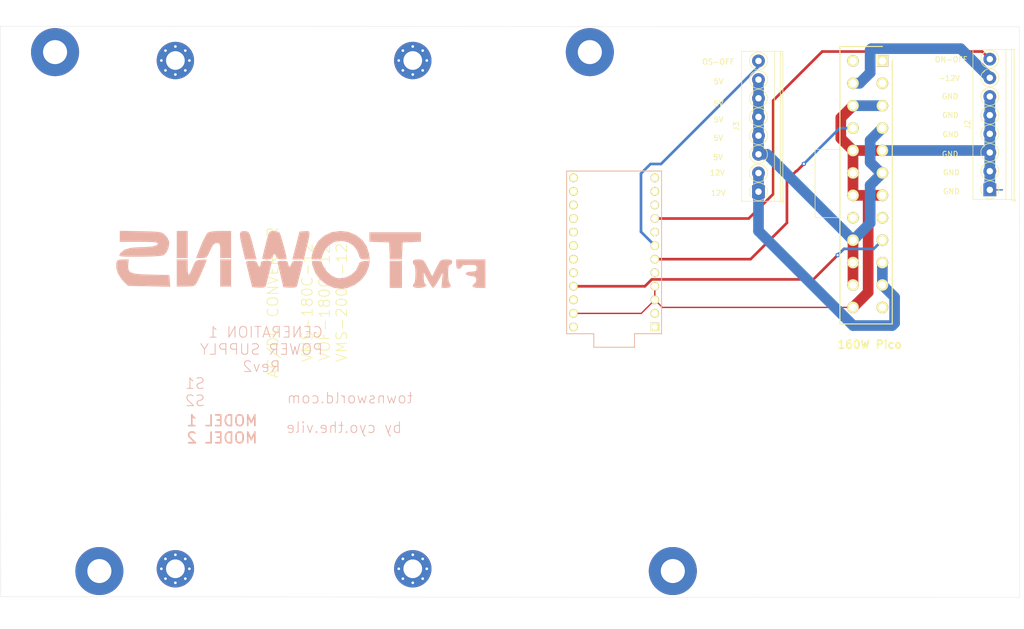
<source format=kicad_pcb>
(kicad_pcb (version 20171130) (host pcbnew "(5.1.10)-1")

  (general
    (thickness 1.6)
    (drawings 30)
    (tracks 75)
    (zones 0)
    (modules 13)
    (nets 32)
  )

  (page A4)
  (layers
    (0 F.Cu power)
    (31 B.Cu power)
    (32 B.Adhes user)
    (33 F.Adhes user)
    (34 B.Paste user)
    (35 F.Paste user)
    (36 B.SilkS user)
    (37 F.SilkS user)
    (38 B.Mask user)
    (39 F.Mask user)
    (40 Dwgs.User user)
    (41 Cmts.User user)
    (42 Eco1.User user)
    (43 Eco2.User user)
    (44 Edge.Cuts user)
    (45 Margin user)
    (46 B.CrtYd user)
    (47 F.CrtYd user)
    (48 B.Fab user)
    (49 F.Fab user)
  )

  (setup
    (last_trace_width 0.25)
    (trace_clearance 0.2)
    (zone_clearance 0.508)
    (zone_45_only no)
    (trace_min 0.2)
    (via_size 0.8)
    (via_drill 0.4)
    (via_min_size 0.4)
    (via_min_drill 0.3)
    (uvia_size 0.3)
    (uvia_drill 0.1)
    (uvias_allowed no)
    (uvia_min_size 0.2)
    (uvia_min_drill 0.1)
    (edge_width 0.05)
    (segment_width 0.2)
    (pcb_text_width 0.3)
    (pcb_text_size 1.5 1.5)
    (mod_edge_width 0.12)
    (mod_text_size 1 1)
    (mod_text_width 0.15)
    (pad_size 9 9)
    (pad_drill 4.5)
    (pad_to_mask_clearance 0)
    (aux_axis_origin 0 0)
    (visible_elements 7FFFFFFF)
    (pcbplotparams
      (layerselection 0x010fc_ffffffff)
      (usegerberextensions false)
      (usegerberattributes true)
      (usegerberadvancedattributes true)
      (creategerberjobfile true)
      (excludeedgelayer true)
      (linewidth 0.100000)
      (plotframeref false)
      (viasonmask false)
      (mode 1)
      (useauxorigin false)
      (hpglpennumber 1)
      (hpglpenspeed 20)
      (hpglpendiameter 15.000000)
      (psnegative false)
      (psa4output false)
      (plotreference true)
      (plotvalue true)
      (plotinvisibletext false)
      (padsonsilk false)
      (subtractmaskfromsilk false)
      (outputformat 1)
      (mirror false)
      (drillshape 0)
      (scaleselection 1)
      (outputdirectory "../fabrication/"))
  )

  (net 0 "")
  (net 1 /GND)
  (net 2 /PS_ON)
  (net 3 /-12)
  (net 4 /12V)
  (net 5 /5VSB)
  (net 6 /ON-OFF)
  (net 7 /OS_OFF)
  (net 8 "Net-(U1-Pad24)")
  (net 9 "Net-(U1-Pad22)")
  (net 10 "Net-(U1-Pad20)")
  (net 11 "Net-(U1-Pad19)")
  (net 12 "Net-(U1-Pad18)")
  (net 13 "Net-(U1-Pad17)")
  (net 14 "Net-(U1-Pad16)")
  (net 15 "Net-(U1-Pad15)")
  (net 16 "Net-(U1-Pad14)")
  (net 17 "Net-(U1-Pad13)")
  (net 18 "Net-(U1-Pad12)")
  (net 19 "Net-(U1-Pad11)")
  (net 20 "Net-(U1-Pad10)")
  (net 21 "Net-(U1-Pad8)")
  (net 22 "Net-(U1-Pad5)")
  (net 23 "Net-(U1-Pad2)")
  (net 24 "Net-(U1-Pad1)")
  (net 25 /5V)
  (net 26 "Net-(J4-Pad23)")
  (net 27 "Net-(J4-Pad16)")
  (net 28 "Net-(J4-Pad15)")
  (net 29 "Net-(J4-Pad3)")
  (net 30 "Net-(J4-Pad2)")
  (net 31 "Net-(J4-Pad1)")

  (net_class Default "This is the default net class."
    (clearance 0.2)
    (trace_width 0.25)
    (via_dia 0.8)
    (via_drill 0.4)
    (uvia_dia 0.3)
    (uvia_drill 0.1)
    (add_net /-12)
    (add_net /12V)
    (add_net /5V)
    (add_net /5VSB)
    (add_net /GND)
    (add_net /ON-OFF)
    (add_net /OS_OFF)
    (add_net /PS_ON)
    (add_net "Net-(J4-Pad1)")
    (add_net "Net-(J4-Pad15)")
    (add_net "Net-(J4-Pad16)")
    (add_net "Net-(J4-Pad2)")
    (add_net "Net-(J4-Pad23)")
    (add_net "Net-(J4-Pad3)")
    (add_net "Net-(U1-Pad1)")
    (add_net "Net-(U1-Pad10)")
    (add_net "Net-(U1-Pad11)")
    (add_net "Net-(U1-Pad12)")
    (add_net "Net-(U1-Pad13)")
    (add_net "Net-(U1-Pad14)")
    (add_net "Net-(U1-Pad15)")
    (add_net "Net-(U1-Pad16)")
    (add_net "Net-(U1-Pad17)")
    (add_net "Net-(U1-Pad18)")
    (add_net "Net-(U1-Pad19)")
    (add_net "Net-(U1-Pad2)")
    (add_net "Net-(U1-Pad20)")
    (add_net "Net-(U1-Pad22)")
    (add_net "Net-(U1-Pad24)")
    (add_net "Net-(U1-Pad5)")
    (add_net "Net-(U1-Pad8)")
  )

  (module MountingHole:MountingHole_3.5mm_Pad_Via (layer F.Cu) (tedit 60A853A6) (tstamp 62F1672D)
    (at 101.2336 51.774 90)
    (descr "Mounting Hole 3.5mm")
    (tags "mounting hole 3.5mm")
    (attr virtual)
    (fp_text reference REF** (at 0 -4.5 90) (layer F.SilkS) hide
      (effects (font (size 1 1) (thickness 0.15)))
    )
    (fp_text value MountingHole_3.5mm_Pad_Via (at 0 4.5 90) (layer F.Fab)
      (effects (font (size 1 1) (thickness 0.15)))
    )
    (fp_circle (center 0 0) (end 3.5 0) (layer Cmts.User) (width 0.15))
    (fp_circle (center 0 0) (end 3.75 0) (layer F.CrtYd) (width 0.05))
    (fp_text user %R (at 0.3 0 90) (layer F.Fab)
      (effects (font (size 1 1) (thickness 0.15)))
    )
    (pad 1 thru_hole circle (at 1.856155 -1.856155 90) (size 0.8 0.8) (drill 0.5) (layers *.Cu *.Mask))
    (pad 1 thru_hole circle (at 0 -2.625 90) (size 0.8 0.8) (drill 0.5) (layers *.Cu *.Mask))
    (pad 1 thru_hole circle (at -1.856155 -1.856155 90) (size 0.8 0.8) (drill 0.5) (layers *.Cu *.Mask))
    (pad 1 thru_hole circle (at -2.625 0 90) (size 0.8 0.8) (drill 0.5) (layers *.Cu *.Mask))
    (pad 1 thru_hole circle (at -1.856155 1.856155 90) (size 0.8 0.8) (drill 0.5) (layers *.Cu *.Mask))
    (pad 1 thru_hole circle (at 0 2.625 90) (size 0.8 0.8) (drill 0.5) (layers *.Cu *.Mask))
    (pad 1 thru_hole circle (at 1.856155 1.856155 90) (size 0.8 0.8) (drill 0.5) (layers *.Cu *.Mask))
    (pad 1 thru_hole circle (at 2.625 0 90) (size 0.8 0.8) (drill 0.5) (layers *.Cu *.Mask))
    (pad 1 thru_hole circle (at 0 0 90) (size 7 7) (drill 3.5) (layers *.Mask F.Cu))
  )

  (module MountingHole:MountingHole_4.5mm_Pad (layer F.Cu) (tedit 60A8545D) (tstamp 60A8C5F8)
    (at 134.3914 50.2)
    (descr "Mounting Hole 4.5mm")
    (tags "mounting hole 4.5mm")
    (attr virtual)
    (fp_text reference REF** (at 0 -5.5) (layer F.SilkS) hide
      (effects (font (size 1 1) (thickness 0.15)))
    )
    (fp_text value MountingHole_4.5mm_Pad (at 0 5.5) (layer F.Fab)
      (effects (font (size 1 1) (thickness 0.15)))
    )
    (fp_circle (center 0 0) (end 4.75 0) (layer F.CrtYd) (width 0.05))
    (fp_circle (center 0 0) (end 4.5 0) (layer Cmts.User) (width 0.15))
    (fp_text user %R (at 0.3 0) (layer F.Fab)
      (effects (font (size 1 1) (thickness 0.15)))
    )
    (pad 1 thru_hole circle (at 0 0) (size 9 9) (drill 4.5) (layers *.Mask F.Cu))
  )

  (module MountingHole:MountingHole_4.5mm_Pad (layer F.Cu) (tedit 60A853FE) (tstamp 60A8C58E)
    (at 149.93112 147.45)
    (descr "Mounting Hole 4.5mm")
    (tags "mounting hole 4.5mm")
    (attr virtual)
    (fp_text reference REF** (at 0 -5.5) (layer F.SilkS) hide
      (effects (font (size 1 1) (thickness 0.15)))
    )
    (fp_text value MountingHole_4.5mm_Pad (at 0 5.5) (layer F.Fab)
      (effects (font (size 1 1) (thickness 0.15)))
    )
    (fp_circle (center 0 0) (end 4.75 0) (layer F.CrtYd) (width 0.05))
    (fp_circle (center 0 0) (end 4.5 0) (layer Cmts.User) (width 0.15))
    (fp_text user %R (at 0.3 0) (layer F.Fab)
      (effects (font (size 1 1) (thickness 0.15)))
    )
    (pad 1 thru_hole circle (at 0 0) (size 9 9) (drill 4.5) (layers *.Mask F.Cu))
  )

  (module MountingHole:MountingHole_4.5mm_Pad (layer F.Cu) (tedit 60A85359) (tstamp 60A8C299)
    (at 34.25444 50.2)
    (descr "Mounting Hole 4.5mm")
    (tags "mounting hole 4.5mm")
    (attr virtual)
    (fp_text reference REF** (at 0 -5.5) (layer F.SilkS) hide
      (effects (font (size 1 1) (thickness 0.15)))
    )
    (fp_text value MountingHole_4.5mm_Pad (at 0 5.5) (layer F.Fab)
      (effects (font (size 1 1) (thickness 0.15)))
    )
    (fp_circle (center 0 0) (end 4.75 0) (layer F.CrtYd) (width 0.05))
    (fp_circle (center 0 0) (end 4.5 0) (layer Cmts.User) (width 0.15))
    (fp_text user %R (at 0.3 0) (layer F.Fab)
      (effects (font (size 1 1) (thickness 0.15)))
    )
    (pad 1 thru_hole circle (at 0 0) (size 9 9) (drill 4.5) (layers *.Mask F.Cu))
  )

  (module MountingHole:MountingHole_4.5mm_Pad (layer F.Cu) (tedit 60A852F6) (tstamp 60A8C253)
    (at 42.55008 147.45)
    (descr "Mounting Hole 4.5mm")
    (tags "mounting hole 4.5mm")
    (attr virtual)
    (fp_text reference REF** (at 0 -5.5) (layer F.SilkS) hide
      (effects (font (size 1 1) (thickness 0.15)))
    )
    (fp_text value MountingHole_4.5mm_Pad (at 0 5.5) (layer F.Fab)
      (effects (font (size 1 1) (thickness 0.15)))
    )
    (fp_circle (center 0 0) (end 4.75 0) (layer F.CrtYd) (width 0.05))
    (fp_circle (center 0 0) (end 4.5 0) (layer Cmts.User) (width 0.15))
    (fp_text user %R (at 0.3 0) (layer F.Fab)
      (effects (font (size 1 1) (thickness 0.15)))
    )
    (pad 1 thru_hole circle (at 0 0) (size 9 9) (drill 4.5) (layers *.Mask F.Cu))
  )

  (module "GEN 1 PSU CARD FMT:fmt logo silkscreen" (layer B.Cu) (tedit 0) (tstamp 60A8BF34)
    (at 80.4164 89.0524 180)
    (fp_text reference G*** (at 0 0) (layer B.SilkS) hide
      (effects (font (size 1.524 1.524) (thickness 0.3)) (justify mirror))
    )
    (fp_text value LOGO (at 0.75 0) (layer B.SilkS) hide
      (effects (font (size 1.524 1.524) (thickness 0.3)) (justify mirror))
    )
    (fp_poly (pts (xy 34.036 3.302) (xy 30.48 3.302) (xy 29.023572 3.292643) (xy 28.007321 3.260149)
      (xy 27.36369 3.197882) (xy 27.025125 3.099207) (xy 26.924068 2.95749) (xy 26.924 2.95275)
      (xy 27.153718 2.647847) (xy 27.850661 2.436763) (xy 29.026504 2.317256) (xy 30.397363 2.286)
      (xy 31.973393 2.177964) (xy 33.117554 1.846983) (xy 33.859334 1.282747) (xy 34.037407 1.013371)
      (xy 34.121124 0.823625) (xy 34.090821 0.6887) (xy 33.87786 0.59946) (xy 33.413602 0.546772)
      (xy 32.629412 0.521498) (xy 31.45665 0.514504) (xy 30.298436 0.515724) (xy 28.733896 0.536113)
      (xy 27.427261 0.58767) (xy 26.454843 0.665627) (xy 25.892951 0.765211) (xy 25.8207 0.795664)
      (xy 25.305321 1.333825) (xy 24.930496 2.151316) (xy 24.785493 3.022063) (xy 24.813871 3.345505)
      (xy 25.092413 4.002066) (xy 25.572483 4.61544) (xy 25.841582 4.841907) (xy 26.148576 5.004503)
      (xy 26.580966 5.11618) (xy 27.22625 5.189889) (xy 28.171929 5.238581) (xy 29.505503 5.27521)
      (xy 30.118707 5.28838) (xy 34.036 5.36976) (xy 34.036 3.302)) (layer B.SilkS) (width 0.01))
    (fp_poly (pts (xy 23.368 0.254) (xy 21.336 0.254) (xy 21.336 5.334) (xy 23.368 5.334)
      (xy 23.368 0.254)) (layer B.SilkS) (width 0.01))
    (fp_poly (pts (xy 16.329629 5.291069) (xy 17.174664 5.17226) (xy 17.586517 5.0165) (xy 17.858409 4.649116)
      (xy 18.242409 3.930515) (xy 18.674471 2.985963) (xy 18.885161 2.4765) (xy 19.772193 0.254)
      (xy 18.762119 0.254) (xy 18.190027 0.279818) (xy 17.821249 0.430993) (xy 17.526922 0.818113)
      (xy 17.178184 1.551762) (xy 17.134225 1.651) (xy 16.741877 2.45532) (xy 16.410849 2.882325)
      (xy 16.045879 3.037968) (xy 15.878202 3.048) (xy 15.512725 3.012157) (xy 15.322428 2.821725)
      (xy 15.250501 2.352352) (xy 15.24 1.651) (xy 15.24 0.254) (xy 13.208 0.254)
      (xy 13.208 5.334) (xy 15.191453 5.334) (xy 16.329629 5.291069)) (layer B.SilkS) (width 0.01))
    (fp_poly (pts (xy 11.411773 5.148788) (xy 11.547949 4.747604) (xy 11.495526 4.030194) (xy 11.2708 2.924589)
      (xy 11.154989 2.434817) (xy 10.568011 0) (xy 8.429439 0) (xy 9.104219 2.6035)
      (xy 9.411635 3.762233) (xy 9.644693 4.518099) (xy 9.850622 4.961465) (xy 10.076649 5.182699)
      (xy 10.370004 5.272169) (xy 10.508442 5.290358) (xy 11.070702 5.305716) (xy 11.411773 5.148788)) (layer B.SilkS) (width 0.01))
    (fp_poly (pts (xy 5.79899 5.279802) (xy 6.106158 5.019973) (xy 6.317717 4.408666) (xy 6.324831 4.3815)
      (xy 6.71885 2.856364) (xy 7.032519 1.612978) (xy 7.25053 0.713502) (xy 7.357576 0.220095)
      (xy 7.366 0.153837) (xy 7.142044 0.053175) (xy 6.58964 0.001727) (xy 6.45322 0)
      (xy 5.784639 0.075864) (xy 5.464503 0.349775) (xy 5.407596 0.508) (xy 5.219113 0.91947)
      (xy 5.08 1.016) (xy 4.867084 0.805025) (xy 4.752403 0.508) (xy 4.521674 0.146948)
      (xy 3.99334 0.008644) (xy 3.706779 0) (xy 3.109472 0.033421) (xy 2.80423 0.115853)
      (xy 2.794 0.136192) (xy 2.859857 0.554905) (xy 3.031876 1.299882) (xy 3.27173 2.23136)
      (xy 3.541091 3.209578) (xy 3.801631 4.094775) (xy 4.015022 4.747191) (xy 4.132359 5.0165)
      (xy 4.54009 5.235894) (xy 5.189425 5.333673) (xy 5.22831 5.334) (xy 5.79899 5.279802)) (layer B.SilkS) (width 0.01))
    (fp_poly (pts (xy -0.66027 5.293231) (xy -0.5715 5.285833) (xy 0.381 5.207) (xy 1.73056 0)
      (xy -0.408012 0) (xy -0.970096 2.3495) (xy -1.269477 3.615277) (xy -1.442776 4.465466)
      (xy -1.479248 4.97921) (xy -1.36815 5.235656) (xy -1.098739 5.313948) (xy -0.66027 5.293231)) (layer B.SilkS) (width 0.01))
    (fp_poly (pts (xy -5.641436 5.107839) (xy -4.215983 4.453505) (xy -3.082708 3.407226) (xy -2.284747 2.005229)
      (xy -1.947626 0.8255) (xy -1.873883 0.290508) (xy -2.012827 0.057707) (xy -2.489538 0.001328)
      (xy -2.7686 0) (xy -3.42067 0.044693) (xy -3.738553 0.25255) (xy -3.891808 0.726536)
      (xy -4.303286 1.690074) (xy -5.053034 2.574645) (xy -5.980651 3.204354) (xy -6.247868 3.310208)
      (xy -7.49244 3.481114) (xy -8.679821 3.217328) (xy -9.697672 2.577561) (xy -10.433651 1.620527)
      (xy -10.672993 0.997458) (xy -10.88648 0.356585) (xy -11.172836 0.071986) (xy -11.700908 0.001084)
      (xy -11.854235 0) (xy -12.766888 0) (xy -12.624965 1.058118) (xy -12.195904 2.45692)
      (xy -11.358743 3.647168) (xy -10.192204 4.565459) (xy -8.775006 5.148393) (xy -7.315932 5.334)
      (xy -5.641436 5.107839)) (layer B.SilkS) (width 0.01))
    (fp_poly (pts (xy -12.7 3.324256) (xy -16.383 3.175) (xy -16.458621 1.5875) (xy -16.534241 0)
      (xy -18.77176 0) (xy -18.923 3.175) (xy -20.6375 3.250106) (xy -22.352 3.325211)
      (xy -22.352 5.08) (xy -12.7 5.08) (xy -12.7 3.324256)) (layer B.SilkS) (width 0.01))
    (fp_poly (pts (xy 34.158159 -0.042143) (xy 34.516969 -0.22001) (xy 34.685135 -0.60089) (xy 34.703181 -1.584299)
      (xy 34.36281 -2.676477) (xy 33.728383 -3.70455) (xy 33.392528 -4.072917) (xy 32.485241 -4.953)
      (xy 24.607021 -5.11621) (xy 24.68601 -4.018605) (xy 24.765 -2.921) (xy 28.182546 -2.849765)
      (xy 29.788839 -2.798216) (xy 30.952581 -2.701452) (xy 31.738956 -2.530655) (xy 32.213148 -2.257011)
      (xy 32.440341 -1.851703) (xy 32.485719 -1.285915) (xy 32.462891 -0.957534) (xy 32.371575 0)
      (xy 33.452948 0) (xy 34.158159 -0.042143)) (layer B.SilkS) (width 0.01))
    (fp_poly (pts (xy 23.368 -5.08) (xy 21.722855 -5.08) (xy 20.796788 -5.056651) (xy 20.233881 -4.959385)
      (xy 19.89037 -4.747376) (xy 19.70159 -4.505968) (xy 19.47417 -4.08264) (xy 19.135296 -3.366753)
      (xy 18.742819 -2.491632) (xy 18.354592 -1.590601) (xy 18.028464 -0.796983) (xy 17.822288 -0.244104)
      (xy 17.78 -0.07746) (xy 18.005093 -0.028368) (xy 18.569517 -0.032959) (xy 18.827354 -0.048895)
      (xy 19.448449 -0.126413) (xy 19.828393 -0.326315) (xy 20.113407 -0.776457) (xy 20.369126 -1.397)
      (xy 20.770126 -2.352151) (xy 21.050533 -2.821264) (xy 21.227016 -2.807402) (xy 21.316242 -2.313631)
      (xy 21.336 -1.5748) (xy 21.336 0) (xy 23.368 0) (xy 23.368 -5.08)) (layer B.SilkS) (width 0.01))
    (fp_poly (pts (xy 15.24 -5.08) (xy 13.208 -5.08) (xy 13.208 0) (xy 15.24 0)
      (xy 15.24 -5.08)) (layer B.SilkS) (width 0.01))
    (fp_poly (pts (xy 10.035695 -0.296411) (xy 10.383967 -0.402313) (xy 10.407735 -0.4445) (xy 10.346108 -0.759965)
      (xy 10.186111 -1.447) (xy 9.956232 -2.385268) (xy 9.821454 -2.921) (xy 9.241439 -5.207)
      (xy 8.047128 -5.284522) (xy 7.1824 -5.2729) (xy 6.770251 -5.091543) (xy 6.738268 -5.030522)
      (xy 6.619905 -4.622178) (xy 6.428773 -3.897673) (xy 6.199408 -2.995959) (xy 5.966341 -2.055987)
      (xy 5.764106 -1.216708) (xy 5.627237 -0.617074) (xy 5.588 -0.40218) (xy 5.81355 -0.30935)
      (xy 6.37694 -0.257755) (xy 6.604 -0.254) (xy 7.270986 -0.297996) (xy 7.565175 -0.472292)
      (xy 7.62 -0.747009) (xy 7.727734 -1.260414) (xy 7.964688 -1.353329) (xy 8.201486 -0.996146)
      (xy 8.232744 -0.887244) (xy 8.413656 -0.470828) (xy 8.784299 -0.289965) (xy 9.402839 -0.254)
      (xy 10.035695 -0.296411)) (layer B.SilkS) (width 0.01))
    (fp_poly (pts (xy 4.206299 -0.281993) (xy 4.465627 -0.418405) (xy 4.459815 -0.741878) (xy 4.440082 -0.8255)
      (xy 4.314954 -1.347185) (xy 4.116584 -2.191732) (xy 3.885403 -3.186882) (xy 3.858817 -3.302)
      (xy 3.419147 -5.207) (xy 2.214982 -5.284522) (xy 1.347389 -5.273745) (xy 0.931194 -5.095473)
      (xy 0.896268 -5.030522) (xy 0.777905 -4.622178) (xy 0.586773 -3.897673) (xy 0.357408 -2.995959)
      (xy 0.124341 -2.055987) (xy -0.077894 -1.216708) (xy -0.214763 -0.617074) (xy -0.254 -0.40218)
      (xy -0.028518 -0.309168) (xy 0.534395 -0.257647) (xy 0.75716 -0.254) (xy 1.434099 -0.301844)
      (xy 1.774022 -0.505534) (xy 1.927255 -0.887244) (xy 2.150995 -1.324787) (xy 2.39713 -1.30714)
      (xy 2.536288 -0.863914) (xy 2.54 -0.747009) (xy 2.63019 -0.423962) (xy 2.987892 -0.28105)
      (xy 3.560839 -0.254) (xy 4.206299 -0.281993)) (layer B.SilkS) (width 0.01))
    (fp_poly (pts (xy -16.51 -5.334) (xy -18.796 -5.334) (xy -18.796 -0.254) (xy -16.51 -0.254)
      (xy -16.51 -5.334)) (layer B.SilkS) (width 0.01))
    (fp_poly (pts (xy -21.177101 -0.042929) (xy -20.884627 -0.216289) (xy -20.828 -0.508) (xy -20.934369 -0.920741)
      (xy -21.082 -1.016) (xy -21.215027 -1.249061) (xy -21.306001 -1.865511) (xy -21.336 -2.652009)
      (xy -21.299309 -3.519068) (xy -21.203546 -4.169094) (xy -21.082 -4.445) (xy -20.848288 -4.812506)
      (xy -20.828 -4.96799) (xy -20.998009 -5.214293) (xy -21.557676 -5.323301) (xy -21.95601 -5.334)
      (xy -22.646983 -5.263044) (xy -23.160505 -5.089263) (xy -23.396494 -4.871283) (xy -23.254867 -4.66773)
      (xy -23.158971 -4.629323) (xy -22.971783 -4.332782) (xy -22.876378 -3.705627) (xy -22.872218 -3.471333)
      (xy -22.884435 -2.413) (xy -23.63829 -3.8735) (xy -24.060717 -4.623788) (xy -24.424568 -5.150776)
      (xy -24.638 -5.334) (xy -24.87442 -5.126389) (xy -25.251791 -4.583786) (xy -25.660959 -3.8735)
      (xy -26.438062 -2.413) (xy -26.318383 -3.8735) (xy -26.198705 -5.334) (xy -27.069353 -5.334)
      (xy -27.73177 -5.241107) (xy -27.94 -4.96799) (xy -27.7852 -4.535543) (xy -27.686 -4.445)
      (xy -27.554905 -4.127649) (xy -27.463174 -3.454147) (xy -27.432 -2.652009) (xy -27.457841 -1.730731)
      (xy -27.550098 -1.220613) (xy -27.730872 -1.026749) (xy -27.813 -1.016) (xy -28.123285 -0.804241)
      (xy -28.194 -0.508) (xy -28.115133 -0.184476) (xy -27.79116 -0.035528) (xy -27.105246 0)
      (xy -26.526295 -0.017946) (xy -26.141537 -0.138419) (xy -25.833122 -0.461366) (xy -25.483198 -1.086738)
      (xy -25.235191 -1.585981) (xy -24.45389 -3.171963) (xy -23.653289 -1.585981) (xy -23.219368 -0.755084)
      (xy -22.894005 -0.280843) (xy -22.563002 -0.063358) (xy -22.112162 -0.002727) (xy -21.840344 0)
      (xy -21.177101 -0.042929)) (layer B.SilkS) (width 0.01))
    (fp_poly (pts (xy -31.6865 0.000046) (xy -28.956 0) (xy -28.956 -0.889) (xy -29.012826 -1.501717)
      (xy -29.234667 -1.74894) (xy -29.464 -1.778) (xy -29.877713 -1.619181) (xy -29.972 -1.397)
      (xy -30.09742 -1.167234) (xy -30.53751 -1.048941) (xy -31.369 -1.016) (xy -32.169092 -1.032483)
      (xy -32.585692 -1.119604) (xy -32.743114 -1.333868) (xy -32.766 -1.651) (xy -32.710546 -2.060119)
      (xy -32.448975 -2.241958) (xy -31.83848 -2.285773) (xy -31.75 -2.286) (xy -31.002512 -2.384891)
      (xy -30.699185 -2.615026) (xy -30.847843 -2.876599) (xy -31.456307 -3.069802) (xy -31.6865 -3.096167)
      (xy -32.34667 -3.214002) (xy -32.649622 -3.482493) (xy -32.720315 -3.747635) (xy -32.628057 -4.283423)
      (xy -32.402815 -4.47331) (xy -32.054257 -4.789477) (xy -32.004 -4.980175) (xy -32.181071 -5.214199)
      (xy -32.756814 -5.321539) (xy -33.2105 -5.333822) (xy -34.417 -5.333645) (xy -34.417 0.000091)
      (xy -31.6865 0.000046)) (layer B.SilkS) (width 0.01))
    (fp_poly (pts (xy -11.798265 -0.300016) (xy -11.136287 -0.410192) (xy -10.797426 -0.685601) (xy -10.617388 -1.185439)
      (xy -10.136576 -2.114884) (xy -9.298437 -2.868575) (xy -8.24412 -3.368674) (xy -7.114774 -3.537341)
      (xy -6.498246 -3.457028) (xy -5.602531 -3.025652) (xy -4.752977 -2.276672) (xy -4.132157 -1.381829)
      (xy -4.024871 -1.13043) (xy -3.750426 -0.541738) (xy -3.372844 -0.298735) (xy -2.769724 -0.254)
      (xy -2.158834 -0.278895) (xy -1.934182 -0.442758) (xy -1.974031 -0.879354) (xy -2.018454 -1.0795)
      (xy -2.588696 -2.581982) (xy -3.513925 -3.82947) (xy -4.711031 -4.767547) (xy -6.096903 -5.341796)
      (xy -7.588428 -5.497802) (xy -8.549579 -5.355675) (xy -9.94864 -4.778638) (xy -11.153695 -3.852728)
      (xy -12.064743 -2.680525) (xy -12.581785 -1.364608) (xy -12.615388 -1.184998) (xy -12.772143 -0.219033)
      (xy -11.798265 -0.300016)) (layer B.SilkS) (width 0.01))
  )

  (module SamacSys_Parts:SHDR24W125P550X420_2X12_5160X960X1310P (layer F.Cu) (tedit 607CCC99) (tstamp 60A84A24)
    (at 189.16904 51.8414 270)
    (descr 39-28-1243)
    (tags Connector)
    (path /60A9CC8D)
    (fp_text reference J4 (at 0 0 90) (layer F.SilkS)
      (effects (font (size 1.27 1.27) (thickness 0.254)))
    )
    (fp_text value 39-28-1243 (at 0 0 90) (layer F.SilkS) hide
      (effects (font (size 1.27 1.27) (thickness 0.254)))
    )
    (fp_line (start -2.7 7.95) (end -2.7 0) (layer F.SilkS) (width 0.2))
    (fp_line (start 49.3 7.95) (end -2.7 7.95) (layer F.SilkS) (width 0.2))
    (fp_line (start 49.3 -1.85) (end 49.3 7.95) (layer F.SilkS) (width 0.2))
    (fp_line (start 0 -1.85) (end 49.3 -1.85) (layer F.SilkS) (width 0.2))
    (fp_line (start -2.7 7.95) (end -2.7 -1.85) (layer Dwgs.User) (width 0.1))
    (fp_line (start 49.3 7.95) (end -2.7 7.95) (layer Dwgs.User) (width 0.1))
    (fp_line (start 49.3 -1.85) (end 49.3 7.95) (layer Dwgs.User) (width 0.1))
    (fp_line (start -2.7 -1.85) (end 49.3 -1.85) (layer Dwgs.User) (width 0.1))
    (fp_line (start -2.95 8.2) (end -2.95 -2.1) (layer Dwgs.User) (width 0.05))
    (fp_line (start 49.55 8.2) (end -2.95 8.2) (layer Dwgs.User) (width 0.05))
    (fp_line (start 49.55 -2.1) (end 49.55 8.2) (layer Dwgs.User) (width 0.05))
    (fp_line (start -2.95 -2.1) (end 49.55 -2.1) (layer Dwgs.User) (width 0.05))
    (pad 24 thru_hole circle (at 46.2 5.5) (size 2.175 2.175) (drill 1.45) (layers *.Cu *.Mask F.SilkS)
      (net 1 /GND))
    (pad 23 thru_hole circle (at 46.2 0) (size 2.175 2.175) (drill 1.45) (layers *.Cu *.Mask F.SilkS)
      (net 26 "Net-(J4-Pad23)"))
    (pad 22 thru_hole circle (at 42 5.5) (size 2.175 2.175) (drill 1.45) (layers *.Cu *.Mask F.SilkS)
      (net 25 /5V))
    (pad 21 thru_hole circle (at 42 0) (size 2.175 2.175) (drill 1.45) (layers *.Cu *.Mask F.SilkS)
      (net 4 /12V))
    (pad 20 thru_hole circle (at 37.8 5.5) (size 2.175 2.175) (drill 1.45) (layers *.Cu *.Mask F.SilkS)
      (net 25 /5V))
    (pad 19 thru_hole circle (at 37.8 0) (size 2.175 2.175) (drill 1.45) (layers *.Cu *.Mask F.SilkS)
      (net 4 /12V))
    (pad 18 thru_hole circle (at 33.6 5.5) (size 2.175 2.175) (drill 1.45) (layers *.Cu *.Mask F.SilkS)
      (net 25 /5V))
    (pad 17 thru_hole circle (at 33.6 0) (size 2.175 2.175) (drill 1.45) (layers *.Cu *.Mask F.SilkS)
      (net 5 /5VSB))
    (pad 16 thru_hole circle (at 29.4 5.5) (size 2.175 2.175) (drill 1.45) (layers *.Cu *.Mask F.SilkS)
      (net 27 "Net-(J4-Pad16)"))
    (pad 15 thru_hole circle (at 29.4 0) (size 2.175 2.175) (drill 1.45) (layers *.Cu *.Mask F.SilkS)
      (net 28 "Net-(J4-Pad15)"))
    (pad 14 thru_hole circle (at 25.2 5.5) (size 2.175 2.175) (drill 1.45) (layers *.Cu *.Mask F.SilkS)
      (net 1 /GND))
    (pad 13 thru_hole circle (at 25.2 0) (size 2.175 2.175) (drill 1.45) (layers *.Cu *.Mask F.SilkS)
      (net 1 /GND))
    (pad 12 thru_hole circle (at 21 5.5) (size 2.175 2.175) (drill 1.45) (layers *.Cu *.Mask F.SilkS)
      (net 1 /GND))
    (pad 11 thru_hole circle (at 21 0) (size 2.175 2.175) (drill 1.45) (layers *.Cu *.Mask F.SilkS)
      (net 25 /5V))
    (pad 10 thru_hole circle (at 16.8 5.5) (size 2.175 2.175) (drill 1.45) (layers *.Cu *.Mask F.SilkS)
      (net 1 /GND))
    (pad 9 thru_hole circle (at 16.8 0) (size 2.175 2.175) (drill 1.45) (layers *.Cu *.Mask F.SilkS)
      (net 1 /GND))
    (pad 8 thru_hole circle (at 12.6 5.5) (size 2.175 2.175) (drill 1.45) (layers *.Cu *.Mask F.SilkS)
      (net 2 /PS_ON))
    (pad 7 thru_hole circle (at 12.6 0) (size 2.175 2.175) (drill 1.45) (layers *.Cu *.Mask F.SilkS)
      (net 25 /5V))
    (pad 6 thru_hole circle (at 8.4 5.5) (size 2.175 2.175) (drill 1.45) (layers *.Cu *.Mask F.SilkS)
      (net 1 /GND))
    (pad 5 thru_hole circle (at 8.4 0) (size 2.175 2.175) (drill 1.45) (layers *.Cu *.Mask F.SilkS)
      (net 1 /GND))
    (pad 4 thru_hole circle (at 4.2 5.5) (size 2.175 2.175) (drill 1.45) (layers *.Cu *.Mask F.SilkS)
      (net 3 /-12))
    (pad 3 thru_hole circle (at 4.2 0) (size 2.175 2.175) (drill 1.45) (layers *.Cu *.Mask F.SilkS)
      (net 29 "Net-(J4-Pad3)"))
    (pad 2 thru_hole circle (at 0 5.5) (size 2.175 2.175) (drill 1.45) (layers *.Cu *.Mask F.SilkS)
      (net 30 "Net-(J4-Pad2)"))
    (pad 1 thru_hole rect (at 0 0) (size 2.175 2.175) (drill 1.45) (layers *.Cu *.Mask F.SilkS)
      (net 31 "Net-(J4-Pad1)"))
  )

  (module MountingHole:MountingHole_3.5mm_Pad_Via (layer F.Cu) (tedit 60A853A6) (tstamp 60A84364)
    (at 101.2336 147.024 90)
    (descr "Mounting Hole 3.5mm")
    (tags "mounting hole 3.5mm")
    (attr virtual)
    (fp_text reference REF** (at 0 -4.5 90) (layer F.SilkS) hide
      (effects (font (size 1 1) (thickness 0.15)))
    )
    (fp_text value MountingHole_3.5mm_Pad_Via (at 0 4.5 90) (layer F.Fab)
      (effects (font (size 1 1) (thickness 0.15)))
    )
    (fp_circle (center 0 0) (end 3.5 0) (layer Cmts.User) (width 0.15))
    (fp_circle (center 0 0) (end 3.75 0) (layer F.CrtYd) (width 0.05))
    (fp_text user %R (at 0.3 0 90) (layer F.Fab)
      (effects (font (size 1 1) (thickness 0.15)))
    )
    (pad 1 thru_hole circle (at 0 0 90) (size 7 7) (drill 3.5) (layers *.Mask F.Cu))
    (pad 1 thru_hole circle (at 2.625 0 90) (size 0.8 0.8) (drill 0.5) (layers *.Cu *.Mask))
    (pad 1 thru_hole circle (at 1.856155 1.856155 90) (size 0.8 0.8) (drill 0.5) (layers *.Cu *.Mask))
    (pad 1 thru_hole circle (at 0 2.625 90) (size 0.8 0.8) (drill 0.5) (layers *.Cu *.Mask))
    (pad 1 thru_hole circle (at -1.856155 1.856155 90) (size 0.8 0.8) (drill 0.5) (layers *.Cu *.Mask))
    (pad 1 thru_hole circle (at -2.625 0 90) (size 0.8 0.8) (drill 0.5) (layers *.Cu *.Mask))
    (pad 1 thru_hole circle (at -1.856155 -1.856155 90) (size 0.8 0.8) (drill 0.5) (layers *.Cu *.Mask))
    (pad 1 thru_hole circle (at 0 -2.625 90) (size 0.8 0.8) (drill 0.5) (layers *.Cu *.Mask))
    (pad 1 thru_hole circle (at 1.856155 -1.856155 90) (size 0.8 0.8) (drill 0.5) (layers *.Cu *.Mask))
  )

  (module MountingHole:MountingHole_3.5mm_Pad_Via (layer F.Cu) (tedit 60A85398) (tstamp 60A84363)
    (at 56.7836 51.774 90)
    (descr "Mounting Hole 3.5mm")
    (tags "mounting hole 3.5mm")
    (attr virtual)
    (fp_text reference REF** (at 0 -4.5 90) (layer F.SilkS) hide
      (effects (font (size 1 1) (thickness 0.15)))
    )
    (fp_text value MountingHole_3.5mm_Pad_Via (at 0 4.5 90) (layer F.Fab)
      (effects (font (size 1 1) (thickness 0.15)))
    )
    (fp_circle (center 0 0) (end 3.5 0) (layer Cmts.User) (width 0.15))
    (fp_circle (center 0 0) (end 3.75 0) (layer F.CrtYd) (width 0.05))
    (fp_text user %R (at 0.3 0 90) (layer F.Fab)
      (effects (font (size 1 1) (thickness 0.15)))
    )
    (pad 1 thru_hole circle (at 1.856155 -1.856155 90) (size 0.8 0.8) (drill 0.5) (layers *.Cu *.Mask))
    (pad 1 thru_hole circle (at 0 -2.625 90) (size 0.8 0.8) (drill 0.5) (layers *.Cu *.Mask))
    (pad 1 thru_hole circle (at -1.856155 -1.856155 90) (size 0.8 0.8) (drill 0.5) (layers *.Cu *.Mask))
    (pad 1 thru_hole circle (at -2.625 0 90) (size 0.8 0.8) (drill 0.5) (layers *.Cu *.Mask))
    (pad 1 thru_hole circle (at -1.856155 1.856155 90) (size 0.8 0.8) (drill 0.5) (layers *.Cu *.Mask))
    (pad 1 thru_hole circle (at 0 2.625 90) (size 0.8 0.8) (drill 0.5) (layers *.Cu *.Mask))
    (pad 1 thru_hole circle (at 1.856155 1.856155 90) (size 0.8 0.8) (drill 0.5) (layers *.Cu *.Mask))
    (pad 1 thru_hole circle (at 2.625 0 90) (size 0.8 0.8) (drill 0.5) (layers *.Cu *.Mask))
    (pad 1 thru_hole circle (at 0 0 90) (size 7 7) (drill 3.5) (layers *.Mask F.Cu))
  )

  (module MountingHole:MountingHole_3.5mm_Pad_Via (layer F.Cu) (tedit 60A85390) (tstamp 60A84317)
    (at 56.7836 147.024 90)
    (descr "Mounting Hole 3.5mm")
    (tags "mounting hole 3.5mm")
    (attr virtual)
    (fp_text reference REF** (at 0 -4.5 90) (layer F.SilkS) hide
      (effects (font (size 1 1) (thickness 0.15)))
    )
    (fp_text value MountingHole_3.5mm_Pad_Via (at 0 4.5 90) (layer F.Fab)
      (effects (font (size 1 1) (thickness 0.15)))
    )
    (fp_circle (center 0 0) (end 3.5 0) (layer Cmts.User) (width 0.15))
    (fp_circle (center 0 0) (end 3.75 0) (layer F.CrtYd) (width 0.05))
    (fp_text user %R (at 0.3 0 90) (layer F.Fab)
      (effects (font (size 1 1) (thickness 0.15)))
    )
    (pad 1 thru_hole circle (at 1.856155 -1.856155 90) (size 0.8 0.8) (drill 0.5) (layers *.Cu *.Mask))
    (pad 1 thru_hole circle (at 0 -2.625 90) (size 0.8 0.8) (drill 0.5) (layers *.Cu *.Mask))
    (pad 1 thru_hole circle (at -1.856155 -1.856155 90) (size 0.8 0.8) (drill 0.5) (layers *.Cu *.Mask))
    (pad 1 thru_hole circle (at -2.625 0 90) (size 0.8 0.8) (drill 0.5) (layers *.Cu *.Mask))
    (pad 1 thru_hole circle (at -1.856155 1.856155 90) (size 0.8 0.8) (drill 0.5) (layers *.Cu *.Mask))
    (pad 1 thru_hole circle (at 0 2.625 90) (size 0.8 0.8) (drill 0.5) (layers *.Cu *.Mask))
    (pad 1 thru_hole circle (at 1.856155 1.856155 90) (size 0.8 0.8) (drill 0.5) (layers *.Cu *.Mask))
    (pad 1 thru_hole circle (at 2.625 0 90) (size 0.8 0.8) (drill 0.5) (layers *.Cu *.Mask))
    (pad 1 thru_hole circle (at 0 0 90) (size 7 7) (drill 3.5) (layers *.Mask F.Cu))
  )

  (module promicro:ProMicro (layer F.Cu) (tedit 5A06A962) (tstamp 60A62953)
    (at 138.938 87.7316 90)
    (descr "Pro Micro footprint")
    (tags "promicro ProMicro")
    (path /60A63B2B)
    (fp_text reference U1 (at 0 -10.16 90) (layer F.SilkS) hide
      (effects (font (size 1 1) (thickness 0.15)))
    )
    (fp_text value ProMicro (at 0 10.16 90) (layer F.Fab)
      (effects (font (size 1 1) (thickness 0.15)))
    )
    (fp_line (start 15.24 -8.89) (end 15.24 8.89) (layer B.SilkS) (width 0.15))
    (fp_line (start 15.24 8.89) (end -15.24 8.89) (layer B.SilkS) (width 0.15))
    (fp_line (start -15.24 8.89) (end -15.24 3.81) (layer B.SilkS) (width 0.15))
    (fp_line (start -15.24 3.81) (end -17.78 3.81) (layer B.SilkS) (width 0.15))
    (fp_line (start -17.78 3.81) (end -17.78 -3.81) (layer B.SilkS) (width 0.15))
    (fp_line (start -17.78 -3.81) (end -15.24 -3.81) (layer B.SilkS) (width 0.15))
    (fp_line (start -15.24 -3.81) (end -15.24 -8.89) (layer B.SilkS) (width 0.15))
    (fp_line (start -15.24 -8.89) (end 15.24 -8.89) (layer B.SilkS) (width 0.15))
    (fp_line (start -15.24 8.89) (end 15.24 8.89) (layer F.SilkS) (width 0.15))
    (fp_line (start -15.24 8.89) (end -15.24 3.81) (layer F.SilkS) (width 0.15))
    (fp_line (start -15.24 3.81) (end -17.78 3.81) (layer F.SilkS) (width 0.15))
    (fp_line (start -17.78 3.81) (end -17.78 -3.81) (layer F.SilkS) (width 0.15))
    (fp_line (start -17.78 -3.81) (end -15.24 -3.81) (layer F.SilkS) (width 0.15))
    (fp_line (start -15.24 -3.81) (end -15.24 -8.89) (layer F.SilkS) (width 0.15))
    (fp_line (start -15.24 -8.89) (end 15.24 -8.89) (layer F.SilkS) (width 0.15))
    (fp_line (start 15.24 -8.89) (end 15.24 8.89) (layer F.SilkS) (width 0.15))
    (pad 24 thru_hole circle (at -13.97 -7.62 90) (size 1.6 1.6) (drill 1.1) (layers *.Cu *.Mask F.SilkS)
      (net 8 "Net-(U1-Pad24)"))
    (pad 23 thru_hole circle (at -11.43 -7.62 90) (size 1.6 1.6) (drill 1.1) (layers *.Cu *.Mask F.SilkS)
      (net 1 /GND))
    (pad 22 thru_hole circle (at -8.89 -7.62 90) (size 1.6 1.6) (drill 1.1) (layers *.Cu *.Mask F.SilkS)
      (net 9 "Net-(U1-Pad22)"))
    (pad 21 thru_hole circle (at -6.35 -7.62 90) (size 1.6 1.6) (drill 1.1) (layers *.Cu *.Mask F.SilkS)
      (net 5 /5VSB))
    (pad 20 thru_hole circle (at -3.81 -7.62 90) (size 1.6 1.6) (drill 1.1) (layers *.Cu *.Mask F.SilkS)
      (net 10 "Net-(U1-Pad20)"))
    (pad 19 thru_hole circle (at -1.27 -7.62 90) (size 1.6 1.6) (drill 1.1) (layers *.Cu *.Mask F.SilkS)
      (net 11 "Net-(U1-Pad19)"))
    (pad 18 thru_hole circle (at 1.27 -7.62 90) (size 1.6 1.6) (drill 1.1) (layers *.Cu *.Mask F.SilkS)
      (net 12 "Net-(U1-Pad18)"))
    (pad 17 thru_hole circle (at 3.81 -7.62 90) (size 1.6 1.6) (drill 1.1) (layers *.Cu *.Mask F.SilkS)
      (net 13 "Net-(U1-Pad17)"))
    (pad 16 thru_hole circle (at 6.35 -7.62 90) (size 1.6 1.6) (drill 1.1) (layers *.Cu *.Mask F.SilkS)
      (net 14 "Net-(U1-Pad16)"))
    (pad 15 thru_hole circle (at 8.89 -7.62 90) (size 1.6 1.6) (drill 1.1) (layers *.Cu *.Mask F.SilkS)
      (net 15 "Net-(U1-Pad15)"))
    (pad 14 thru_hole circle (at 11.43 -7.62 90) (size 1.6 1.6) (drill 1.1) (layers *.Cu *.Mask F.SilkS)
      (net 16 "Net-(U1-Pad14)"))
    (pad 13 thru_hole circle (at 13.97 -7.62 90) (size 1.6 1.6) (drill 1.1) (layers *.Cu *.Mask F.SilkS)
      (net 17 "Net-(U1-Pad13)"))
    (pad 12 thru_hole circle (at 13.97 7.62 90) (size 1.6 1.6) (drill 1.1) (layers *.Cu *.Mask F.SilkS)
      (net 18 "Net-(U1-Pad12)"))
    (pad 11 thru_hole circle (at 11.43 7.62 90) (size 1.6 1.6) (drill 1.1) (layers *.Cu *.Mask F.SilkS)
      (net 19 "Net-(U1-Pad11)"))
    (pad 10 thru_hole circle (at 8.89 7.62 90) (size 1.6 1.6) (drill 1.1) (layers *.Cu *.Mask F.SilkS)
      (net 20 "Net-(U1-Pad10)"))
    (pad 9 thru_hole circle (at 6.35 7.62 90) (size 1.6 1.6) (drill 1.1) (layers *.Cu *.Mask F.SilkS)
      (net 6 /ON-OFF))
    (pad 8 thru_hole circle (at 3.81 7.62 90) (size 1.6 1.6) (drill 1.1) (layers *.Cu *.Mask F.SilkS)
      (net 21 "Net-(U1-Pad8)"))
    (pad 7 thru_hole circle (at 1.27 7.62 90) (size 1.6 1.6) (drill 1.1) (layers *.Cu *.Mask F.SilkS)
      (net 7 /OS_OFF))
    (pad 6 thru_hole circle (at -1.27 7.62 90) (size 1.6 1.6) (drill 1.1) (layers *.Cu *.Mask F.SilkS)
      (net 2 /PS_ON))
    (pad 5 thru_hole circle (at -3.81 7.62 90) (size 1.6 1.6) (drill 1.1) (layers *.Cu *.Mask F.SilkS)
      (net 22 "Net-(U1-Pad5)"))
    (pad 4 thru_hole circle (at -6.35 7.62 90) (size 1.6 1.6) (drill 1.1) (layers *.Cu *.Mask F.SilkS)
      (net 1 /GND))
    (pad 3 thru_hole circle (at -8.89 7.62 90) (size 1.6 1.6) (drill 1.1) (layers *.Cu *.Mask F.SilkS)
      (net 1 /GND))
    (pad 2 thru_hole circle (at -11.43 7.62 90) (size 1.6 1.6) (drill 1.1) (layers *.Cu *.Mask F.SilkS)
      (net 23 "Net-(U1-Pad2)"))
    (pad 1 thru_hole rect (at -13.97 7.62 90) (size 1.6 1.6) (drill 1.1) (layers *.Cu *.Mask F.SilkS)
      (net 24 "Net-(U1-Pad1)"))
  )

  (module TerminalBlock_Phoenix:TerminalBlock_Phoenix_PT-1,5-8-3.5-H_1x08_P3.50mm_Horizontal (layer F.Cu) (tedit 5B294F44) (tstamp 60A62927)
    (at 165.96868 76.3518 90)
    (descr "Terminal Block Phoenix PT-1,5-8-3.5-H, 8 pins, pitch 3.5mm, size 28x7.6mm^2, drill diamater 1.2mm, pad diameter 2.4mm, see , script-generated using https://github.com/pointhi/kicad-footprint-generator/scripts/TerminalBlock_Phoenix")
    (tags "THT Terminal Block Phoenix PT-1,5-8-3.5-H pitch 3.5mm size 28x7.6mm^2 drill 1.2mm pad 2.4mm")
    (path /60A5CEFA)
    (fp_text reference J3 (at 12.25 -4.16 90) (layer F.SilkS)
      (effects (font (size 1 1) (thickness 0.15)))
    )
    (fp_text value 1935226 (at 12.25 5.56 90) (layer F.Fab)
      (effects (font (size 1 1) (thickness 0.15)))
    )
    (fp_circle (center 0 0) (end 1.5 0) (layer F.Fab) (width 0.1))
    (fp_circle (center 3.5 0) (end 5 0) (layer F.Fab) (width 0.1))
    (fp_circle (center 3.5 0) (end 5.18 0) (layer F.SilkS) (width 0.12))
    (fp_circle (center 7 0) (end 8.5 0) (layer F.Fab) (width 0.1))
    (fp_circle (center 7 0) (end 8.68 0) (layer F.SilkS) (width 0.12))
    (fp_circle (center 10.5 0) (end 12 0) (layer F.Fab) (width 0.1))
    (fp_circle (center 10.5 0) (end 12.18 0) (layer F.SilkS) (width 0.12))
    (fp_circle (center 14 0) (end 15.5 0) (layer F.Fab) (width 0.1))
    (fp_circle (center 14 0) (end 15.68 0) (layer F.SilkS) (width 0.12))
    (fp_circle (center 17.5 0) (end 19 0) (layer F.Fab) (width 0.1))
    (fp_circle (center 17.5 0) (end 19.18 0) (layer F.SilkS) (width 0.12))
    (fp_circle (center 21 0) (end 22.5 0) (layer F.Fab) (width 0.1))
    (fp_circle (center 21 0) (end 22.68 0) (layer F.SilkS) (width 0.12))
    (fp_circle (center 24.5 0) (end 26 0) (layer F.Fab) (width 0.1))
    (fp_circle (center 24.5 0) (end 26.18 0) (layer F.SilkS) (width 0.12))
    (fp_line (start -1.75 -3.1) (end 26.25 -3.1) (layer F.Fab) (width 0.1))
    (fp_line (start 26.25 -3.1) (end 26.25 4.5) (layer F.Fab) (width 0.1))
    (fp_line (start 26.25 4.5) (end -1.35 4.5) (layer F.Fab) (width 0.1))
    (fp_line (start -1.35 4.5) (end -1.75 4.1) (layer F.Fab) (width 0.1))
    (fp_line (start -1.75 4.1) (end -1.75 -3.1) (layer F.Fab) (width 0.1))
    (fp_line (start -1.75 4.1) (end 26.25 4.1) (layer F.Fab) (width 0.1))
    (fp_line (start -1.81 4.1) (end 26.31 4.1) (layer F.SilkS) (width 0.12))
    (fp_line (start -1.75 3) (end 26.25 3) (layer F.Fab) (width 0.1))
    (fp_line (start -1.81 3) (end 26.31 3) (layer F.SilkS) (width 0.12))
    (fp_line (start -1.81 -3.16) (end 26.31 -3.16) (layer F.SilkS) (width 0.12))
    (fp_line (start -1.81 4.56) (end 26.31 4.56) (layer F.SilkS) (width 0.12))
    (fp_line (start -1.81 -3.16) (end -1.81 4.56) (layer F.SilkS) (width 0.12))
    (fp_line (start 26.31 -3.16) (end 26.31 4.56) (layer F.SilkS) (width 0.12))
    (fp_line (start 1.138 -0.955) (end -0.955 1.138) (layer F.Fab) (width 0.1))
    (fp_line (start 0.955 -1.138) (end -1.138 0.955) (layer F.Fab) (width 0.1))
    (fp_line (start 4.638 -0.955) (end 2.546 1.138) (layer F.Fab) (width 0.1))
    (fp_line (start 4.455 -1.138) (end 2.363 0.955) (layer F.Fab) (width 0.1))
    (fp_line (start 4.775 -1.069) (end 4.646 -0.941) (layer F.SilkS) (width 0.12))
    (fp_line (start 2.525 1.181) (end 2.431 1.274) (layer F.SilkS) (width 0.12))
    (fp_line (start 4.57 -1.275) (end 4.476 -1.181) (layer F.SilkS) (width 0.12))
    (fp_line (start 2.355 0.941) (end 2.226 1.069) (layer F.SilkS) (width 0.12))
    (fp_line (start 8.138 -0.955) (end 6.046 1.138) (layer F.Fab) (width 0.1))
    (fp_line (start 7.955 -1.138) (end 5.863 0.955) (layer F.Fab) (width 0.1))
    (fp_line (start 8.275 -1.069) (end 8.146 -0.941) (layer F.SilkS) (width 0.12))
    (fp_line (start 6.025 1.181) (end 5.931 1.274) (layer F.SilkS) (width 0.12))
    (fp_line (start 8.07 -1.275) (end 7.976 -1.181) (layer F.SilkS) (width 0.12))
    (fp_line (start 5.855 0.941) (end 5.726 1.069) (layer F.SilkS) (width 0.12))
    (fp_line (start 11.638 -0.955) (end 9.546 1.138) (layer F.Fab) (width 0.1))
    (fp_line (start 11.455 -1.138) (end 9.363 0.955) (layer F.Fab) (width 0.1))
    (fp_line (start 11.775 -1.069) (end 11.646 -0.941) (layer F.SilkS) (width 0.12))
    (fp_line (start 9.525 1.181) (end 9.431 1.274) (layer F.SilkS) (width 0.12))
    (fp_line (start 11.57 -1.275) (end 11.476 -1.181) (layer F.SilkS) (width 0.12))
    (fp_line (start 9.355 0.941) (end 9.226 1.069) (layer F.SilkS) (width 0.12))
    (fp_line (start 15.138 -0.955) (end 13.046 1.138) (layer F.Fab) (width 0.1))
    (fp_line (start 14.955 -1.138) (end 12.863 0.955) (layer F.Fab) (width 0.1))
    (fp_line (start 15.275 -1.069) (end 15.146 -0.941) (layer F.SilkS) (width 0.12))
    (fp_line (start 13.025 1.181) (end 12.931 1.274) (layer F.SilkS) (width 0.12))
    (fp_line (start 15.07 -1.275) (end 14.976 -1.181) (layer F.SilkS) (width 0.12))
    (fp_line (start 12.855 0.941) (end 12.726 1.069) (layer F.SilkS) (width 0.12))
    (fp_line (start 18.638 -0.955) (end 16.546 1.138) (layer F.Fab) (width 0.1))
    (fp_line (start 18.455 -1.138) (end 16.363 0.955) (layer F.Fab) (width 0.1))
    (fp_line (start 18.775 -1.069) (end 18.646 -0.941) (layer F.SilkS) (width 0.12))
    (fp_line (start 16.525 1.181) (end 16.431 1.274) (layer F.SilkS) (width 0.12))
    (fp_line (start 18.57 -1.275) (end 18.476 -1.181) (layer F.SilkS) (width 0.12))
    (fp_line (start 16.355 0.941) (end 16.226 1.069) (layer F.SilkS) (width 0.12))
    (fp_line (start 22.138 -0.955) (end 20.046 1.138) (layer F.Fab) (width 0.1))
    (fp_line (start 21.955 -1.138) (end 19.863 0.955) (layer F.Fab) (width 0.1))
    (fp_line (start 22.275 -1.069) (end 22.146 -0.941) (layer F.SilkS) (width 0.12))
    (fp_line (start 20.025 1.181) (end 19.931 1.274) (layer F.SilkS) (width 0.12))
    (fp_line (start 22.07 -1.275) (end 21.976 -1.181) (layer F.SilkS) (width 0.12))
    (fp_line (start 19.855 0.941) (end 19.726 1.069) (layer F.SilkS) (width 0.12))
    (fp_line (start 25.638 -0.955) (end 23.546 1.138) (layer F.Fab) (width 0.1))
    (fp_line (start 25.455 -1.138) (end 23.363 0.955) (layer F.Fab) (width 0.1))
    (fp_line (start 25.775 -1.069) (end 25.646 -0.941) (layer F.SilkS) (width 0.12))
    (fp_line (start 23.525 1.181) (end 23.431 1.274) (layer F.SilkS) (width 0.12))
    (fp_line (start 25.57 -1.275) (end 25.476 -1.181) (layer F.SilkS) (width 0.12))
    (fp_line (start 23.355 0.941) (end 23.226 1.069) (layer F.SilkS) (width 0.12))
    (fp_line (start -2.05 4.16) (end -2.05 4.8) (layer F.SilkS) (width 0.12))
    (fp_line (start -2.05 4.8) (end -1.65 4.8) (layer F.SilkS) (width 0.12))
    (fp_line (start -2.25 -3.6) (end -2.25 5) (layer F.CrtYd) (width 0.05))
    (fp_line (start -2.25 5) (end 26.75 5) (layer F.CrtYd) (width 0.05))
    (fp_line (start 26.75 5) (end 26.75 -3.6) (layer F.CrtYd) (width 0.05))
    (fp_line (start 26.75 -3.6) (end -2.25 -3.6) (layer F.CrtYd) (width 0.05))
    (fp_text user %R (at 12.25 2.4 90) (layer F.Fab)
      (effects (font (size 1 1) (thickness 0.15)))
    )
    (fp_arc (start 0 0) (end -0.866 1.44) (angle -32) (layer F.SilkS) (width 0.12))
    (fp_arc (start 0 0) (end -1.44 -0.866) (angle -63) (layer F.SilkS) (width 0.12))
    (fp_arc (start 0 0) (end 0.866 -1.44) (angle -63) (layer F.SilkS) (width 0.12))
    (fp_arc (start 0 0) (end 1.425 0.891) (angle -64) (layer F.SilkS) (width 0.12))
    (fp_arc (start 0 0) (end 0 1.68) (angle -32) (layer F.SilkS) (width 0.12))
    (pad 8 thru_hole circle (at 24.5 0 90) (size 2.4 2.4) (drill 1.2) (layers *.Cu *.Mask)
      (net 7 /OS_OFF))
    (pad 7 thru_hole circle (at 21 0 90) (size 2.4 2.4) (drill 1.2) (layers *.Cu *.Mask)
      (net 25 /5V))
    (pad 6 thru_hole circle (at 17.5 0 90) (size 2.4 2.4) (drill 1.2) (layers *.Cu *.Mask)
      (net 25 /5V))
    (pad 5 thru_hole circle (at 14 0 90) (size 2.4 2.4) (drill 1.2) (layers *.Cu *.Mask)
      (net 25 /5V))
    (pad 4 thru_hole circle (at 10.5 0 90) (size 2.4 2.4) (drill 1.2) (layers *.Cu *.Mask)
      (net 25 /5V))
    (pad 3 thru_hole circle (at 7 0 90) (size 2.4 2.4) (drill 1.2) (layers *.Cu *.Mask)
      (net 25 /5V))
    (pad 2 thru_hole circle (at 3.5 0 90) (size 2.4 2.4) (drill 1.2) (layers *.Cu *.Mask)
      (net 4 /12V))
    (pad 1 thru_hole rect (at 0 0 90) (size 2.4 2.4) (drill 1.2) (layers *.Cu *.Mask)
      (net 4 /12V))
    (model ${KISYS3DMOD}/TerminalBlock_Phoenix.3dshapes/TerminalBlock_Phoenix_PT-1,5-8-3.5-H_1x08_P3.50mm_Horizontal.wrl
      (at (xyz 0 0 0))
      (scale (xyz 1 1 1))
      (rotate (xyz 0 0 0))
    )
  )

  (module TerminalBlock_Phoenix:TerminalBlock_Phoenix_PT-1,5-8-3.5-H_1x08_P3.50mm_Horizontal (layer F.Cu) (tedit 5B294F44) (tstamp 60A628C7)
    (at 209.28584 76.01652 90)
    (descr "Terminal Block Phoenix PT-1,5-8-3.5-H, 8 pins, pitch 3.5mm, size 28x7.6mm^2, drill diamater 1.2mm, pad diameter 2.4mm, see , script-generated using https://github.com/pointhi/kicad-footprint-generator/scripts/TerminalBlock_Phoenix")
    (tags "THT Terminal Block Phoenix PT-1,5-8-3.5-H pitch 3.5mm size 28x7.6mm^2 drill 1.2mm pad 2.4mm")
    (path /60A5D90E)
    (fp_text reference J2 (at 12.25 -4.16 90) (layer F.SilkS)
      (effects (font (size 1 1) (thickness 0.15)))
    )
    (fp_text value 1935226 (at 12.25 5.56 90) (layer F.Fab)
      (effects (font (size 1 1) (thickness 0.15)))
    )
    (fp_circle (center 0 0) (end 1.5 0) (layer F.Fab) (width 0.1))
    (fp_circle (center 3.5 0) (end 5 0) (layer F.Fab) (width 0.1))
    (fp_circle (center 3.5 0) (end 5.18 0) (layer F.SilkS) (width 0.12))
    (fp_circle (center 7 0) (end 8.5 0) (layer F.Fab) (width 0.1))
    (fp_circle (center 7 0) (end 8.68 0) (layer F.SilkS) (width 0.12))
    (fp_circle (center 10.5 0) (end 12 0) (layer F.Fab) (width 0.1))
    (fp_circle (center 10.5 0) (end 12.18 0) (layer F.SilkS) (width 0.12))
    (fp_circle (center 14 0) (end 15.5 0) (layer F.Fab) (width 0.1))
    (fp_circle (center 14 0) (end 15.68 0) (layer F.SilkS) (width 0.12))
    (fp_circle (center 17.5 0) (end 19 0) (layer F.Fab) (width 0.1))
    (fp_circle (center 17.5 0) (end 19.18 0) (layer F.SilkS) (width 0.12))
    (fp_circle (center 21 0) (end 22.5 0) (layer F.Fab) (width 0.1))
    (fp_circle (center 21 0) (end 22.68 0) (layer F.SilkS) (width 0.12))
    (fp_circle (center 24.5 0) (end 26 0) (layer F.Fab) (width 0.1))
    (fp_circle (center 24.5 0) (end 26.18 0) (layer F.SilkS) (width 0.12))
    (fp_line (start -1.75 -3.1) (end 26.25 -3.1) (layer F.Fab) (width 0.1))
    (fp_line (start 26.25 -3.1) (end 26.25 4.5) (layer F.Fab) (width 0.1))
    (fp_line (start 26.25 4.5) (end -1.35 4.5) (layer F.Fab) (width 0.1))
    (fp_line (start -1.35 4.5) (end -1.75 4.1) (layer F.Fab) (width 0.1))
    (fp_line (start -1.75 4.1) (end -1.75 -3.1) (layer F.Fab) (width 0.1))
    (fp_line (start -1.75 4.1) (end 26.25 4.1) (layer F.Fab) (width 0.1))
    (fp_line (start -1.81 4.1) (end 26.31 4.1) (layer F.SilkS) (width 0.12))
    (fp_line (start -1.75 3) (end 26.25 3) (layer F.Fab) (width 0.1))
    (fp_line (start -1.81 3) (end 26.31 3) (layer F.SilkS) (width 0.12))
    (fp_line (start -1.81 -3.16) (end 26.31 -3.16) (layer F.SilkS) (width 0.12))
    (fp_line (start -1.81 4.56) (end 26.31 4.56) (layer F.SilkS) (width 0.12))
    (fp_line (start -1.81 -3.16) (end -1.81 4.56) (layer F.SilkS) (width 0.12))
    (fp_line (start 26.31 -3.16) (end 26.31 4.56) (layer F.SilkS) (width 0.12))
    (fp_line (start 1.138 -0.955) (end -0.955 1.138) (layer F.Fab) (width 0.1))
    (fp_line (start 0.955 -1.138) (end -1.138 0.955) (layer F.Fab) (width 0.1))
    (fp_line (start 4.638 -0.955) (end 2.546 1.138) (layer F.Fab) (width 0.1))
    (fp_line (start 4.455 -1.138) (end 2.363 0.955) (layer F.Fab) (width 0.1))
    (fp_line (start 4.775 -1.069) (end 4.646 -0.941) (layer F.SilkS) (width 0.12))
    (fp_line (start 2.525 1.181) (end 2.431 1.274) (layer F.SilkS) (width 0.12))
    (fp_line (start 4.57 -1.275) (end 4.476 -1.181) (layer F.SilkS) (width 0.12))
    (fp_line (start 2.355 0.941) (end 2.226 1.069) (layer F.SilkS) (width 0.12))
    (fp_line (start 8.138 -0.955) (end 6.046 1.138) (layer F.Fab) (width 0.1))
    (fp_line (start 7.955 -1.138) (end 5.863 0.955) (layer F.Fab) (width 0.1))
    (fp_line (start 8.275 -1.069) (end 8.146 -0.941) (layer F.SilkS) (width 0.12))
    (fp_line (start 6.025 1.181) (end 5.931 1.274) (layer F.SilkS) (width 0.12))
    (fp_line (start 8.07 -1.275) (end 7.976 -1.181) (layer F.SilkS) (width 0.12))
    (fp_line (start 5.855 0.941) (end 5.726 1.069) (layer F.SilkS) (width 0.12))
    (fp_line (start 11.638 -0.955) (end 9.546 1.138) (layer F.Fab) (width 0.1))
    (fp_line (start 11.455 -1.138) (end 9.363 0.955) (layer F.Fab) (width 0.1))
    (fp_line (start 11.775 -1.069) (end 11.646 -0.941) (layer F.SilkS) (width 0.12))
    (fp_line (start 9.525 1.181) (end 9.431 1.274) (layer F.SilkS) (width 0.12))
    (fp_line (start 11.57 -1.275) (end 11.476 -1.181) (layer F.SilkS) (width 0.12))
    (fp_line (start 9.355 0.941) (end 9.226 1.069) (layer F.SilkS) (width 0.12))
    (fp_line (start 15.138 -0.955) (end 13.046 1.138) (layer F.Fab) (width 0.1))
    (fp_line (start 14.955 -1.138) (end 12.863 0.955) (layer F.Fab) (width 0.1))
    (fp_line (start 15.275 -1.069) (end 15.146 -0.941) (layer F.SilkS) (width 0.12))
    (fp_line (start 13.025 1.181) (end 12.931 1.274) (layer F.SilkS) (width 0.12))
    (fp_line (start 15.07 -1.275) (end 14.976 -1.181) (layer F.SilkS) (width 0.12))
    (fp_line (start 12.855 0.941) (end 12.726 1.069) (layer F.SilkS) (width 0.12))
    (fp_line (start 18.638 -0.955) (end 16.546 1.138) (layer F.Fab) (width 0.1))
    (fp_line (start 18.455 -1.138) (end 16.363 0.955) (layer F.Fab) (width 0.1))
    (fp_line (start 18.775 -1.069) (end 18.646 -0.941) (layer F.SilkS) (width 0.12))
    (fp_line (start 16.525 1.181) (end 16.431 1.274) (layer F.SilkS) (width 0.12))
    (fp_line (start 18.57 -1.275) (end 18.476 -1.181) (layer F.SilkS) (width 0.12))
    (fp_line (start 16.355 0.941) (end 16.226 1.069) (layer F.SilkS) (width 0.12))
    (fp_line (start 22.138 -0.955) (end 20.046 1.138) (layer F.Fab) (width 0.1))
    (fp_line (start 21.955 -1.138) (end 19.863 0.955) (layer F.Fab) (width 0.1))
    (fp_line (start 22.275 -1.069) (end 22.146 -0.941) (layer F.SilkS) (width 0.12))
    (fp_line (start 20.025 1.181) (end 19.931 1.274) (layer F.SilkS) (width 0.12))
    (fp_line (start 22.07 -1.275) (end 21.976 -1.181) (layer F.SilkS) (width 0.12))
    (fp_line (start 19.855 0.941) (end 19.726 1.069) (layer F.SilkS) (width 0.12))
    (fp_line (start 25.638 -0.955) (end 23.546 1.138) (layer F.Fab) (width 0.1))
    (fp_line (start 25.455 -1.138) (end 23.363 0.955) (layer F.Fab) (width 0.1))
    (fp_line (start 25.775 -1.069) (end 25.646 -0.941) (layer F.SilkS) (width 0.12))
    (fp_line (start 23.525 1.181) (end 23.431 1.274) (layer F.SilkS) (width 0.12))
    (fp_line (start 25.57 -1.275) (end 25.476 -1.181) (layer F.SilkS) (width 0.12))
    (fp_line (start 23.355 0.941) (end 23.226 1.069) (layer F.SilkS) (width 0.12))
    (fp_line (start -2.05 4.16) (end -2.05 4.8) (layer F.SilkS) (width 0.12))
    (fp_line (start -2.05 4.8) (end -1.65 4.8) (layer F.SilkS) (width 0.12))
    (fp_line (start -2.25 -3.6) (end -2.25 5) (layer F.CrtYd) (width 0.05))
    (fp_line (start -2.25 5) (end 26.75 5) (layer F.CrtYd) (width 0.05))
    (fp_line (start 26.75 5) (end 26.75 -3.6) (layer F.CrtYd) (width 0.05))
    (fp_line (start 26.75 -3.6) (end -2.25 -3.6) (layer F.CrtYd) (width 0.05))
    (fp_text user %R (at 12.25 2.4 90) (layer F.Fab)
      (effects (font (size 1 1) (thickness 0.15)))
    )
    (fp_arc (start 0 0) (end -0.866 1.44) (angle -32) (layer F.SilkS) (width 0.12))
    (fp_arc (start 0 0) (end -1.44 -0.866) (angle -63) (layer F.SilkS) (width 0.12))
    (fp_arc (start 0 0) (end 0.866 -1.44) (angle -63) (layer F.SilkS) (width 0.12))
    (fp_arc (start 0 0) (end 1.425 0.891) (angle -64) (layer F.SilkS) (width 0.12))
    (fp_arc (start 0 0) (end 0 1.68) (angle -32) (layer F.SilkS) (width 0.12))
    (pad 8 thru_hole circle (at 24.5 0 90) (size 2.4 2.4) (drill 1.2) (layers *.Cu *.Mask)
      (net 6 /ON-OFF))
    (pad 7 thru_hole circle (at 21 0 90) (size 2.4 2.4) (drill 1.2) (layers *.Cu *.Mask)
      (net 3 /-12))
    (pad 6 thru_hole circle (at 17.5 0 90) (size 2.4 2.4) (drill 1.2) (layers *.Cu *.Mask)
      (net 1 /GND))
    (pad 5 thru_hole circle (at 14 0 90) (size 2.4 2.4) (drill 1.2) (layers *.Cu *.Mask)
      (net 1 /GND))
    (pad 4 thru_hole circle (at 10.5 0 90) (size 2.4 2.4) (drill 1.2) (layers *.Cu *.Mask)
      (net 1 /GND))
    (pad 3 thru_hole circle (at 7 0 90) (size 2.4 2.4) (drill 1.2) (layers *.Cu *.Mask)
      (net 1 /GND))
    (pad 2 thru_hole circle (at 3.5 0 90) (size 2.4 2.4) (drill 1.2) (layers *.Cu *.Mask)
      (net 1 /GND))
    (pad 1 thru_hole rect (at 0 0 90) (size 2.4 2.4) (drill 1.2) (layers *.Cu *.Mask)
      (net 1 /GND))
    (model ${KISYS3DMOD}/TerminalBlock_Phoenix.3dshapes/TerminalBlock_Phoenix_PT-1,5-8-3.5-H_1x08_P3.50mm_Horizontal.wrl
      (at (xyz 0 0 0))
      (scale (xyz 1 1 1))
      (rotate (xyz 0 0 0))
    )
  )

  (gr_line (start 23.96744 45.33392) (end 214.8332 45.466) (layer Edge.Cuts) (width 0.05) (tstamp 62F17050))
  (gr_line (start 214.884 152.4) (end 24.05888 152.26284) (layer Edge.Cuts) (width 0.05) (tstamp 62F1704F))
  (gr_line (start 214.8332 45.466) (end 214.884 152.4) (layer Edge.Cuts) (width 0.05))
  (gr_text "160W Pico" (at 186.7916 105.0036) (layer F.SilkS)
    (effects (font (size 1.5 1.5) (thickness 0.3)))
  )
  (gr_text "S1\nS2" (at 60.452 113.919) (layer B.SilkS)
    (effects (font (size 2 2) (thickness 0.15)) (justify mirror))
  )
  (gr_text "MODEL 1\nMODEL 2" (at 65.51676 120.88876) (layer B.SilkS)
    (effects (font (size 2 2) (thickness 0.3)) (justify mirror))
  )
  (gr_text townsworld.com (at 89.4588 115.02644) (layer B.SilkS)
    (effects (font (size 2 2) (thickness 0.15)) (justify mirror))
  )
  (gr_text "by cyo.the.vile\n" (at 88.35136 120.56872) (layer B.SilkS)
    (effects (font (size 2 2) (thickness 0.15)) (justify mirror))
  )
  (gr_text "GENERATION 1 \nPOWER SUPPLY\nRev2" (at 72.898 105.918) (layer B.SilkS)
    (effects (font (size 2 2) (thickness 0.15)) (justify mirror))
  )
  (gr_line (start 176.56048 68.43776) (end 181.17312 68.43776) (layer F.SilkS) (width 0.12))
  (gr_line (start 176.57064 81.20888) (end 176.56048 68.43776) (layer F.SilkS) (width 0.12))
  (gr_line (start 181.28488 81.20888) (end 176.57064 81.20888) (layer F.SilkS) (width 0.12))
  (gr_text "AC/DC CONVERTER\n\nVMS-180C-12\nVOF-180C-12\nVMS-200C-12" (at 81.4832 97.1296 90) (layer F.SilkS)
    (effects (font (size 2 2) (thickness 0.15)))
  )
  (gr_text GND (at 202.07224 76.28636) (layer F.SilkS)
    (effects (font (size 1 1) (thickness 0.15)))
  )
  (gr_text GND (at 202.07224 72.77608) (layer F.SilkS)
    (effects (font (size 1 1) (thickness 0.15)))
  )
  (gr_text GND (at 201.84872 69.32168) (layer F.SilkS)
    (effects (font (size 1 1) (thickness 0.15)))
  )
  (gr_text GND (at 201.96048 65.63868) (layer F.SilkS)
    (effects (font (size 1 1) (thickness 0.15)))
  )
  (gr_text "GND\n" (at 201.9046 62.01664) (layer F.SilkS)
    (effects (font (size 1 1) (thickness 0.15)))
  )
  (gr_text "GND\n" (at 201.84872 58.50128) (layer F.SilkS)
    (effects (font (size 1 1) (thickness 0.15)))
  )
  (gr_text "-12V\n" (at 201.676 55.10276) (layer F.SilkS)
    (effects (font (size 1 1) (thickness 0.15)))
  )
  (gr_text "ON-OFF\n" (at 202.05192 51.59248) (layer F.SilkS)
    (effects (font (size 1 1) (thickness 0.15)))
  )
  (gr_text "12V\n" (at 158.43504 76.61148) (layer F.SilkS)
    (effects (font (size 1 1) (thickness 0.15)))
  )
  (gr_text 12V (at 158.26232 72.81672) (layer F.SilkS)
    (effects (font (size 1 1) (thickness 0.15)))
  )
  (gr_text "5V\n" (at 158.49092 62.84976) (layer F.SilkS) (tstamp 60A6379D)
    (effects (font (size 1 1) (thickness 0.15)))
  )
  (gr_text "5V\n" (at 158.49092 59.84748) (layer F.SilkS) (tstamp 60A6379D)
    (effects (font (size 1 1) (thickness 0.15)))
  )
  (gr_text "5V\n" (at 158.43504 66.30416) (layer F.SilkS) (tstamp 60A6379D)
    (effects (font (size 1 1) (thickness 0.15)))
  )
  (gr_text "5V\n" (at 158.37408 69.9262) (layer F.SilkS) (tstamp 60A6379D)
    (effects (font (size 1 1) (thickness 0.15)))
  )
  (gr_text "5V\n" (at 158.49092 55.71236) (layer F.SilkS)
    (effects (font (size 1 1) (thickness 0.15)))
  )
  (gr_text "OS-OFF\n" (at 158.43504 52.02936) (layer F.SilkS)
    (effects (font (size 1 1) (thickness 0.15)))
  )
  (gr_line (start 23.96744 45.33392) (end 24.05888 152.26284) (layer Edge.Cuts) (width 0.05) (tstamp 60A63370))

  (segment (start 209.28584 76.01652) (end 211.65252 76.01652) (width 0.25) (layer B.Cu) (net 1))
  (segment (start 209.28584 76.01652) (end 209.28584 58.51652) (width 2) (layer B.Cu) (net 1))
  (segment (start 189.16904 60.2414) (end 183.66904 60.2414) (width 2) (layer B.Cu) (net 1))
  (segment (start 186.509 95.20144) (end 186.509 77.0414) (width 2) (layer F.Cu) (net 1))
  (segment (start 183.66904 98.0414) (end 186.509 95.20144) (width 2) (layer F.Cu) (net 1))
  (segment (start 186.509 77.0414) (end 189.16904 77.0414) (width 2) (layer F.Cu) (net 1))
  (segment (start 183.66904 77.0414) (end 186.509 77.0414) (width 2) (layer F.Cu) (net 1))
  (segment (start 183.66904 77.0414) (end 183.66904 68.6414) (width 2) (layer F.Cu) (net 1))
  (segment (start 183.66904 68.6414) (end 189.16904 68.6414) (width 2) (layer F.Cu) (net 1))
  (segment (start 181.381539 62.528901) (end 183.66904 60.2414) (width 2) (layer F.Cu) (net 1))
  (segment (start 181.381539 66.353899) (end 181.381539 62.528901) (width 2) (layer F.Cu) (net 1))
  (segment (start 183.66904 68.6414) (end 181.381539 66.353899) (width 2) (layer F.Cu) (net 1))
  (segment (start 208.91072 68.6414) (end 209.28584 69.01652) (width 2) (layer B.Cu) (net 1))
  (segment (start 189.16904 68.6414) (end 208.91072 68.6414) (width 2) (layer B.Cu) (net 1))
  (segment (start 144.018 99.1616) (end 146.558 96.6216) (width 0.25) (layer F.Cu) (net 1))
  (segment (start 131.318 99.1616) (end 144.018 99.1616) (width 0.25) (layer F.Cu) (net 1))
  (segment (start 146.558 96.6216) (end 146.558 94.0816) (width 0.25) (layer F.Cu) (net 1))
  (segment (start 147.9778 98.0414) (end 146.558 96.6216) (width 0.25) (layer F.Cu) (net 1))
  (segment (start 183.66904 98.0414) (end 147.9778 98.0414) (width 0.25) (layer F.Cu) (net 1))
  (segment (start 183.66904 64.4414) (end 181.1766 64.4414) (width 0.5) (layer B.Cu) (net 2))
  (segment (start 181.1766 64.4414) (end 174.4726 71.1454) (width 0.5) (layer B.Cu) (net 2))
  (segment (start 174.4726 71.1454) (end 174.3964 71.2216) (width 0.5) (layer B.Cu) (net 2) (tstamp 62F17358))
  (via (at 174.4726 71.1454) (size 0.8) (drill 0.4) (layers F.Cu B.Cu) (net 2))
  (segment (start 174.4726 71.1454) (end 173.1264 72.4916) (width 0.5) (layer F.Cu) (net 2))
  (segment (start 173.038882 72.4916) (end 171.2976 74.232882) (width 0.5) (layer F.Cu) (net 2))
  (segment (start 173.1264 72.4916) (end 173.038882 72.4916) (width 0.5) (layer F.Cu) (net 2))
  (segment (start 171.2976 74.232882) (end 171.2976 82.1944) (width 0.5) (layer F.Cu) (net 2))
  (segment (start 164.4904 89.0016) (end 146.558 89.0016) (width 0.5) (layer F.Cu) (net 2))
  (segment (start 171.2976 82.1944) (end 164.4904 89.0016) (width 0.5) (layer F.Cu) (net 2))
  (segment (start 203.823219 49.553899) (end 209.28584 55.01652) (width 2) (layer B.Cu) (net 3))
  (segment (start 187.121539 49.553899) (end 203.823219 49.553899) (width 2) (layer B.Cu) (net 3))
  (segment (start 186.881539 49.793899) (end 187.121539 49.553899) (width 2) (layer B.Cu) (net 3))
  (segment (start 186.881539 54.062861) (end 186.881539 49.793899) (width 2) (layer B.Cu) (net 3))
  (segment (start 184.903 56.0414) (end 186.881539 54.062861) (width 2) (layer B.Cu) (net 3))
  (segment (start 183.66904 56.0414) (end 184.903 56.0414) (width 2) (layer B.Cu) (net 3))
  (segment (start 189.16904 93.8414) (end 189.16904 89.6414) (width 2) (layer B.Cu) (net 4))
  (segment (start 165.96868 72.8518) (end 165.96868 76.3518) (width 2) (layer B.Cu) (net 4))
  (segment (start 165.96868 83.726542) (end 183.689738 101.4476) (width 2) (layer B.Cu) (net 4))
  (segment (start 165.96868 76.3518) (end 165.96868 83.726542) (width 2) (layer B.Cu) (net 4))
  (segment (start 183.689738 101.4476) (end 191.008 101.4476) (width 2) (layer B.Cu) (net 4))
  (segment (start 191.456541 96.128901) (end 189.16904 93.8414) (width 2) (layer B.Cu) (net 4))
  (segment (start 191.456541 100.999059) (end 191.456541 96.128901) (width 2) (layer B.Cu) (net 4))
  (segment (start 191.008 101.4476) (end 191.456541 100.999059) (width 2) (layer B.Cu) (net 4))
  (segment (start 145.997997 92.791601) (end 176.245199 92.791601) (width 0.5) (layer F.Cu) (net 5))
  (segment (start 144.707998 94.0816) (end 145.997997 92.791601) (width 0.5) (layer F.Cu) (net 5))
  (segment (start 131.318 94.0816) (end 144.707998 94.0816) (width 0.5) (layer F.Cu) (net 5))
  (segment (start 176.245199 92.791601) (end 180.7972 88.2396) (width 0.5) (layer F.Cu) (net 5))
  (segment (start 180.7972 88.2396) (end 180.7972 88.2396) (width 0.5) (layer F.Cu) (net 5) (tstamp 62F17356))
  (via (at 180.7972 88.2396) (size 0.8) (drill 0.4) (layers F.Cu B.Cu) (net 5))
  (segment (start 180.7972 88.2396) (end 181.9656 87.0712) (width 0.5) (layer B.Cu) (net 5))
  (segment (start 187.53924 87.0712) (end 189.16904 85.4414) (width 0.5) (layer B.Cu) (net 5))
  (segment (start 181.9656 87.0712) (end 187.53924 87.0712) (width 0.5) (layer B.Cu) (net 5))
  (segment (start 164.148882 81.3816) (end 168.720882 76.8096) (width 0.5) (layer F.Cu) (net 6))
  (segment (start 146.558 81.3816) (end 164.148882 81.3816) (width 0.5) (layer F.Cu) (net 6))
  (segment (start 168.720882 76.8096) (end 168.720882 59.269518) (width 0.5) (layer F.Cu) (net 6))
  (segment (start 168.720882 59.269518) (end 177.9016 50.0888) (width 0.5) (layer F.Cu) (net 6))
  (segment (start 207.85812 50.0888) (end 209.28584 51.51652) (width 0.5) (layer F.Cu) (net 6))
  (segment (start 177.9016 50.0888) (end 207.85812 50.0888) (width 0.5) (layer F.Cu) (net 6))
  (segment (start 165.96868 52.909798) (end 147.707678 71.1708) (width 0.5) (layer B.Cu) (net 7))
  (segment (start 165.96868 51.8518) (end 165.96868 52.909798) (width 0.5) (layer B.Cu) (net 7))
  (segment (start 147.707678 71.1708) (end 145.7452 71.1708) (width 0.5) (layer B.Cu) (net 7))
  (segment (start 145.7452 71.1708) (end 143.9672 72.9488) (width 0.5) (layer B.Cu) (net 7))
  (segment (start 143.9672 83.8708) (end 146.558 86.4616) (width 0.5) (layer B.Cu) (net 7))
  (segment (start 143.9672 72.9488) (end 143.9672 83.8708) (width 0.5) (layer B.Cu) (net 7))
  (segment (start 183.66904 93.8414) (end 183.66904 85.4414) (width 2) (layer F.Cu) (net 25))
  (segment (start 186.881539 75.128901) (end 189.16904 72.8414) (width 2) (layer B.Cu) (net 25))
  (segment (start 186.881539 82.228901) (end 186.881539 75.128901) (width 2) (layer B.Cu) (net 25))
  (segment (start 183.66904 85.4414) (end 186.881539 82.228901) (width 2) (layer B.Cu) (net 25))
  (segment (start 186.881539 66.728901) (end 189.16904 64.4414) (width 2) (layer B.Cu) (net 25))
  (segment (start 186.881539 70.854339) (end 186.881539 66.728901) (width 2) (layer B.Cu) (net 25))
  (segment (start 188.8686 72.8414) (end 186.881539 70.854339) (width 2) (layer B.Cu) (net 25))
  (segment (start 189.16904 72.8414) (end 188.8686 72.8414) (width 2) (layer B.Cu) (net 25))
  (segment (start 167.57944 69.3518) (end 165.96868 69.3518) (width 2) (layer B.Cu) (net 25))
  (segment (start 183.66904 85.4414) (end 167.57944 69.3518) (width 2) (layer B.Cu) (net 25))
  (segment (start 165.96868 55.3518) (end 165.96868 69.3518) (width 2) (layer B.Cu) (net 25))

)

</source>
